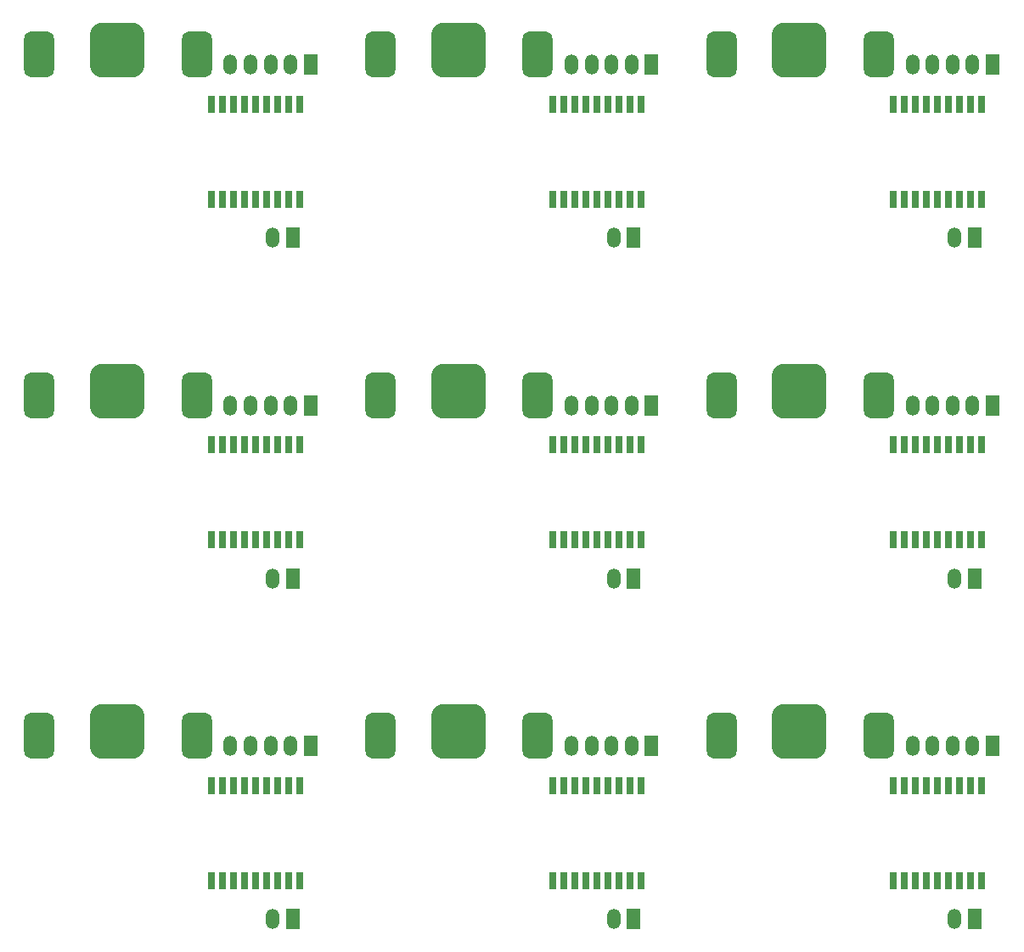
<source format=gbr>
%TF.GenerationSoftware,KiCad,Pcbnew,(6.0.4)*%
%TF.CreationDate,2022-12-29T00:07:26+09:00*%
%TF.ProjectId,gps-ublox-m10s,6770732d-7562-46c6-9f78-2d6d3130732e,rev?*%
%TF.SameCoordinates,Original*%
%TF.FileFunction,Paste,Top*%
%TF.FilePolarity,Positive*%
%FSLAX46Y46*%
G04 Gerber Fmt 4.6, Leading zero omitted, Abs format (unit mm)*
G04 Created by KiCad (PCBNEW (6.0.4)) date 2022-12-29 00:07:26*
%MOMM*%
%LPD*%
G01*
G04 APERTURE LIST*
G04 Aperture macros list*
%AMRoundRect*
0 Rectangle with rounded corners*
0 $1 Rounding radius*
0 $2 $3 $4 $5 $6 $7 $8 $9 X,Y pos of 4 corners*
0 Add a 4 corners polygon primitive as box body*
4,1,4,$2,$3,$4,$5,$6,$7,$8,$9,$2,$3,0*
0 Add four circle primitives for the rounded corners*
1,1,$1+$1,$2,$3*
1,1,$1+$1,$4,$5*
1,1,$1+$1,$6,$7*
1,1,$1+$1,$8,$9*
0 Add four rect primitives between the rounded corners*
20,1,$1+$1,$2,$3,$4,$5,0*
20,1,$1+$1,$4,$5,$6,$7,0*
20,1,$1+$1,$6,$7,$8,$9,0*
20,1,$1+$1,$8,$9,$2,$3,0*%
G04 Aperture macros list end*
%ADD10R,1.350000X2.000000*%
%ADD11O,1.350000X2.000000*%
%ADD12RoundRect,1.375000X-1.375000X-1.375000X1.375000X-1.375000X1.375000X1.375000X-1.375000X1.375000X0*%
%ADD13RoundRect,0.750000X-0.750000X-1.550000X0.750000X-1.550000X0.750000X1.550000X-0.750000X1.550000X0*%
%ADD14R,0.700000X1.800000*%
%ADD15R,0.800000X1.800000*%
G04 APERTURE END LIST*
D10*
%TO.C,J18*%
X200575000Y-145659831D03*
D11*
X198575000Y-145659831D03*
%TD*%
D12*
%TO.C,U9*%
X183075000Y-126940169D03*
D13*
X191025000Y-127340169D03*
X175325000Y-127340169D03*
%TD*%
D14*
%TO.C,IC9*%
X201275000Y-132309831D03*
D15*
X200175000Y-132309831D03*
X199075000Y-132309831D03*
X197975000Y-132309831D03*
X196875000Y-132309831D03*
X195775000Y-132309831D03*
X194675000Y-132309831D03*
X193575000Y-132309831D03*
D14*
X192475000Y-132309831D03*
X192475000Y-141809831D03*
D15*
X193575000Y-141809831D03*
X194675000Y-141809831D03*
X195775000Y-141809831D03*
X196875000Y-141809831D03*
X197975000Y-141809831D03*
X199075000Y-141809831D03*
X200175000Y-141809831D03*
D14*
X201275000Y-141809831D03*
%TD*%
D10*
%TO.C,J17*%
X202375000Y-128359831D03*
D11*
X200375000Y-128359831D03*
X198375000Y-128359831D03*
X196375000Y-128359831D03*
X194375000Y-128359831D03*
%TD*%
D10*
%TO.C,J16*%
X166575000Y-145659831D03*
D11*
X164575000Y-145659831D03*
%TD*%
D12*
%TO.C,U8*%
X149075000Y-126940169D03*
D13*
X157025000Y-127340169D03*
X141325000Y-127340169D03*
%TD*%
D14*
%TO.C,IC8*%
X167275000Y-132309831D03*
D15*
X166175000Y-132309831D03*
X165075000Y-132309831D03*
X163975000Y-132309831D03*
X162875000Y-132309831D03*
X161775000Y-132309831D03*
X160675000Y-132309831D03*
X159575000Y-132309831D03*
D14*
X158475000Y-132309831D03*
X158475000Y-141809831D03*
D15*
X159575000Y-141809831D03*
X160675000Y-141809831D03*
X161775000Y-141809831D03*
X162875000Y-141809831D03*
X163975000Y-141809831D03*
X165075000Y-141809831D03*
X166175000Y-141809831D03*
D14*
X167275000Y-141809831D03*
%TD*%
D10*
%TO.C,J15*%
X168375000Y-128359831D03*
D11*
X166375000Y-128359831D03*
X164375000Y-128359831D03*
X162375000Y-128359831D03*
X160375000Y-128359831D03*
%TD*%
D10*
%TO.C,J14*%
X132575000Y-145659831D03*
D11*
X130575000Y-145659831D03*
%TD*%
D12*
%TO.C,U7*%
X115075000Y-126940169D03*
D13*
X123025000Y-127340169D03*
X107325000Y-127340169D03*
%TD*%
D14*
%TO.C,IC7*%
X133275000Y-132309831D03*
D15*
X132175000Y-132309831D03*
X131075000Y-132309831D03*
X129975000Y-132309831D03*
X128875000Y-132309831D03*
X127775000Y-132309831D03*
X126675000Y-132309831D03*
X125575000Y-132309831D03*
D14*
X124475000Y-132309831D03*
X124475000Y-141809831D03*
D15*
X125575000Y-141809831D03*
X126675000Y-141809831D03*
X127775000Y-141809831D03*
X128875000Y-141809831D03*
X129975000Y-141809831D03*
X131075000Y-141809831D03*
X132175000Y-141809831D03*
D14*
X133275000Y-141809831D03*
%TD*%
D10*
%TO.C,J13*%
X134375000Y-128359831D03*
D11*
X132375000Y-128359831D03*
X130375000Y-128359831D03*
X128375000Y-128359831D03*
X126375000Y-128359831D03*
%TD*%
D10*
%TO.C,J12*%
X200575000Y-111659831D03*
D11*
X198575000Y-111659831D03*
%TD*%
D12*
%TO.C,U6*%
X183075000Y-92940169D03*
D13*
X191025000Y-93340169D03*
X175325000Y-93340169D03*
%TD*%
D14*
%TO.C,IC6*%
X201275000Y-98309831D03*
D15*
X200175000Y-98309831D03*
X199075000Y-98309831D03*
X197975000Y-98309831D03*
X196875000Y-98309831D03*
X195775000Y-98309831D03*
X194675000Y-98309831D03*
X193575000Y-98309831D03*
D14*
X192475000Y-98309831D03*
X192475000Y-107809831D03*
D15*
X193575000Y-107809831D03*
X194675000Y-107809831D03*
X195775000Y-107809831D03*
X196875000Y-107809831D03*
X197975000Y-107809831D03*
X199075000Y-107809831D03*
X200175000Y-107809831D03*
D14*
X201275000Y-107809831D03*
%TD*%
D10*
%TO.C,J11*%
X202375000Y-94359831D03*
D11*
X200375000Y-94359831D03*
X198375000Y-94359831D03*
X196375000Y-94359831D03*
X194375000Y-94359831D03*
%TD*%
D10*
%TO.C,J10*%
X166575000Y-111659831D03*
D11*
X164575000Y-111659831D03*
%TD*%
D12*
%TO.C,U5*%
X149075000Y-92940169D03*
D13*
X157025000Y-93340169D03*
X141325000Y-93340169D03*
%TD*%
D14*
%TO.C,IC5*%
X167275000Y-98309831D03*
D15*
X166175000Y-98309831D03*
X165075000Y-98309831D03*
X163975000Y-98309831D03*
X162875000Y-98309831D03*
X161775000Y-98309831D03*
X160675000Y-98309831D03*
X159575000Y-98309831D03*
D14*
X158475000Y-98309831D03*
X158475000Y-107809831D03*
D15*
X159575000Y-107809831D03*
X160675000Y-107809831D03*
X161775000Y-107809831D03*
X162875000Y-107809831D03*
X163975000Y-107809831D03*
X165075000Y-107809831D03*
X166175000Y-107809831D03*
D14*
X167275000Y-107809831D03*
%TD*%
D10*
%TO.C,J9*%
X168375000Y-94359831D03*
D11*
X166375000Y-94359831D03*
X164375000Y-94359831D03*
X162375000Y-94359831D03*
X160375000Y-94359831D03*
%TD*%
D10*
%TO.C,J8*%
X132575000Y-111659831D03*
D11*
X130575000Y-111659831D03*
%TD*%
D12*
%TO.C,U4*%
X115075000Y-92940169D03*
D13*
X123025000Y-93340169D03*
X107325000Y-93340169D03*
%TD*%
D14*
%TO.C,IC4*%
X133275000Y-98309831D03*
D15*
X132175000Y-98309831D03*
X131075000Y-98309831D03*
X129975000Y-98309831D03*
X128875000Y-98309831D03*
X127775000Y-98309831D03*
X126675000Y-98309831D03*
X125575000Y-98309831D03*
D14*
X124475000Y-98309831D03*
X124475000Y-107809831D03*
D15*
X125575000Y-107809831D03*
X126675000Y-107809831D03*
X127775000Y-107809831D03*
X128875000Y-107809831D03*
X129975000Y-107809831D03*
X131075000Y-107809831D03*
X132175000Y-107809831D03*
D14*
X133275000Y-107809831D03*
%TD*%
D10*
%TO.C,J7*%
X134375000Y-94359831D03*
D11*
X132375000Y-94359831D03*
X130375000Y-94359831D03*
X128375000Y-94359831D03*
X126375000Y-94359831D03*
%TD*%
D10*
%TO.C,J6*%
X200575000Y-77659831D03*
D11*
X198575000Y-77659831D03*
%TD*%
D12*
%TO.C,U3*%
X183075000Y-58940169D03*
D13*
X191025000Y-59340169D03*
X175325000Y-59340169D03*
%TD*%
D14*
%TO.C,IC3*%
X201275000Y-64309831D03*
D15*
X200175000Y-64309831D03*
X199075000Y-64309831D03*
X197975000Y-64309831D03*
X196875000Y-64309831D03*
X195775000Y-64309831D03*
X194675000Y-64309831D03*
X193575000Y-64309831D03*
D14*
X192475000Y-64309831D03*
X192475000Y-73809831D03*
D15*
X193575000Y-73809831D03*
X194675000Y-73809831D03*
X195775000Y-73809831D03*
X196875000Y-73809831D03*
X197975000Y-73809831D03*
X199075000Y-73809831D03*
X200175000Y-73809831D03*
D14*
X201275000Y-73809831D03*
%TD*%
D10*
%TO.C,J5*%
X202375000Y-60359831D03*
D11*
X200375000Y-60359831D03*
X198375000Y-60359831D03*
X196375000Y-60359831D03*
X194375000Y-60359831D03*
%TD*%
D10*
%TO.C,J4*%
X166575000Y-77659831D03*
D11*
X164575000Y-77659831D03*
%TD*%
D12*
%TO.C,U2*%
X149075000Y-58940169D03*
D13*
X157025000Y-59340169D03*
X141325000Y-59340169D03*
%TD*%
D14*
%TO.C,IC2*%
X167275000Y-64309831D03*
D15*
X166175000Y-64309831D03*
X165075000Y-64309831D03*
X163975000Y-64309831D03*
X162875000Y-64309831D03*
X161775000Y-64309831D03*
X160675000Y-64309831D03*
X159575000Y-64309831D03*
D14*
X158475000Y-64309831D03*
X158475000Y-73809831D03*
D15*
X159575000Y-73809831D03*
X160675000Y-73809831D03*
X161775000Y-73809831D03*
X162875000Y-73809831D03*
X163975000Y-73809831D03*
X165075000Y-73809831D03*
X166175000Y-73809831D03*
D14*
X167275000Y-73809831D03*
%TD*%
D10*
%TO.C,J3*%
X168375000Y-60359831D03*
D11*
X166375000Y-60359831D03*
X164375000Y-60359831D03*
X162375000Y-60359831D03*
X160375000Y-60359831D03*
%TD*%
D10*
%TO.C,J2*%
X132575000Y-77659831D03*
D11*
X130575000Y-77659831D03*
%TD*%
D12*
%TO.C,U1*%
X115075000Y-58940169D03*
D13*
X123025000Y-59340169D03*
X107325000Y-59340169D03*
%TD*%
D10*
%TO.C,J1*%
X134375000Y-60359831D03*
D11*
X132375000Y-60359831D03*
X130375000Y-60359831D03*
X128375000Y-60359831D03*
X126375000Y-60359831D03*
%TD*%
D14*
%TO.C,IC1*%
X133275000Y-64309831D03*
D15*
X132175000Y-64309831D03*
X131075000Y-64309831D03*
X129975000Y-64309831D03*
X128875000Y-64309831D03*
X127775000Y-64309831D03*
X126675000Y-64309831D03*
X125575000Y-64309831D03*
D14*
X124475000Y-64309831D03*
X124475000Y-73809831D03*
D15*
X125575000Y-73809831D03*
X126675000Y-73809831D03*
X127775000Y-73809831D03*
X128875000Y-73809831D03*
X129975000Y-73809831D03*
X131075000Y-73809831D03*
X132175000Y-73809831D03*
D14*
X133275000Y-73809831D03*
%TD*%
M02*

</source>
